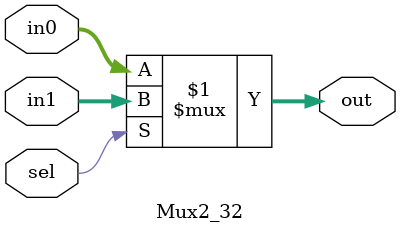
<source format=v>

module Mux2_32(
    input wire [31:0] in0,
    input wire [31:0] in1,
    input wire sel,
    output wire [31:0] out
);
    assign out = sel ? in1 : in0;
endmodule


</source>
